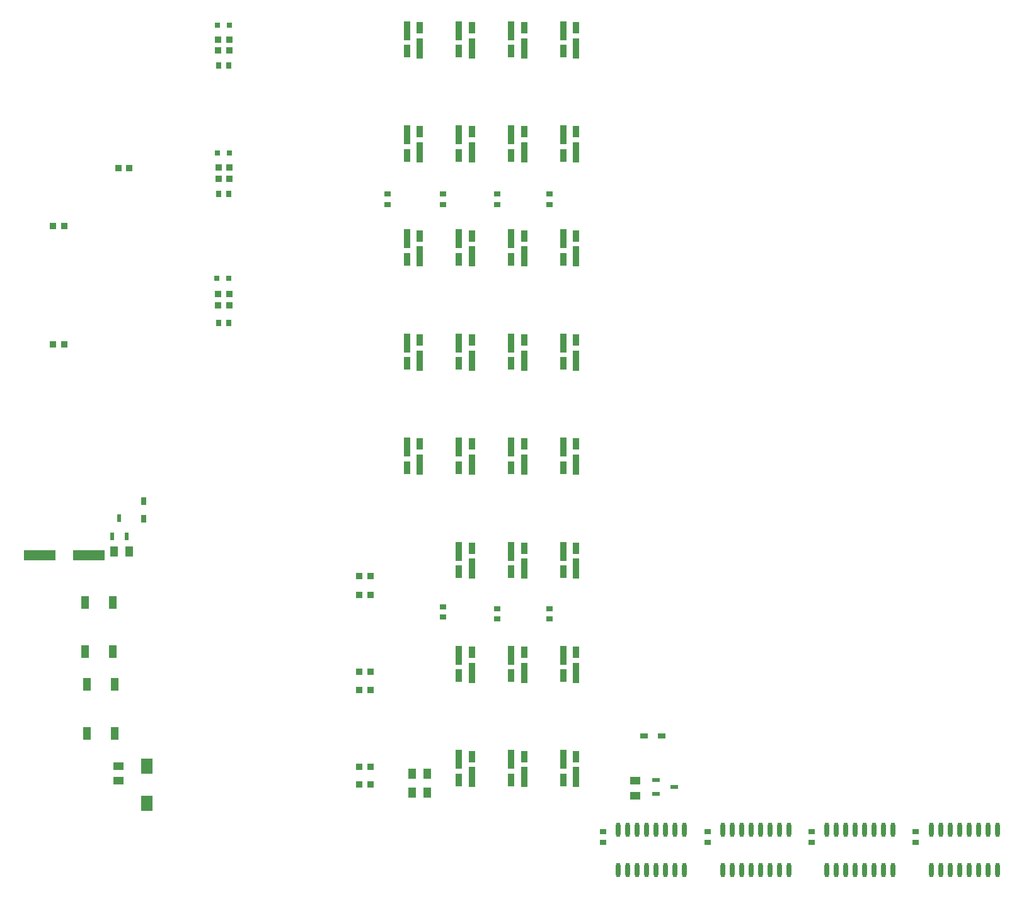
<source format=gtp>
G04 #@! TF.GenerationSoftware,KiCad,Pcbnew,7.0.7*
G04 #@! TF.CreationDate,2023-10-09T21:12:52+02:00*
G04 #@! TF.ProjectId,Kaboom_box_bottom,4b61626f-6f6d-45f6-926f-785f626f7474,rev?*
G04 #@! TF.SameCoordinates,Original*
G04 #@! TF.FileFunction,Paste,Top*
G04 #@! TF.FilePolarity,Positive*
%FSLAX46Y46*%
G04 Gerber Fmt 4.6, Leading zero omitted, Abs format (unit mm)*
G04 Created by KiCad (PCBNEW 7.0.7) date 2023-10-09 21:12:52*
%MOMM*%
%LPD*%
G01*
G04 APERTURE LIST*
%ADD10R,0.900000X0.800000*%
%ADD11R,0.900000X1.500000*%
%ADD12R,0.900000X2.500000*%
%ADD13R,0.900000X1.800000*%
%ADD14R,0.900000X2.800000*%
%ADD15R,1.000000X1.700000*%
%ADD16R,0.600000X1.070003*%
%ADD17R,0.806477X0.864008*%
%ADD18R,0.864008X0.806477*%
%ADD19R,1.132537X1.377013*%
%ADD20R,1.377013X1.132537*%
%ADD21R,0.800000X0.800000*%
%ADD22R,1.070003X0.600000*%
%ADD23O,0.602007X1.970993*%
%ADD24R,0.800000X0.900000*%
%ADD25R,1.000000X0.750013*%
%ADD26R,0.750013X1.000000*%
%ADD27R,1.539014X2.062510*%
%ADD28R,4.200000X1.400000*%
G04 APERTURE END LIST*
D10*
G04 #@! TO.C,C111*
X169500000Y-158950025D03*
X169500000Y-157549975D03*
G04 #@! TD*
D11*
G04 #@! TO.C,U117*
X144875032Y-77425070D03*
D12*
X143124968Y-77825121D03*
D13*
X143124968Y-80574930D03*
D14*
X144875032Y-80175133D03*
G04 #@! TD*
D15*
G04 #@! TO.C,U104*
X89600190Y-126700025D03*
X89600215Y-133299975D03*
X85899783Y-126700025D03*
X85899808Y-133299975D03*
G04 #@! TD*
D16*
G04 #@! TO.C,U106*
X89550038Y-117835077D03*
X91449962Y-117835077D03*
X90500000Y-115364923D03*
G04 #@! TD*
D11*
G04 #@! TO.C,U113*
X151875032Y-133425070D03*
D12*
X150124968Y-133825121D03*
D13*
X150124968Y-136574930D03*
D14*
X151875032Y-136175133D03*
G04 #@! TD*
D11*
G04 #@! TO.C,U112*
X151875032Y-119425070D03*
D12*
X150124968Y-119825121D03*
D13*
X150124968Y-122574930D03*
D14*
X151875032Y-122175133D03*
G04 #@! TD*
D17*
G04 #@! TO.C,R109*
X124253366Y-136000000D03*
X122746634Y-136000000D03*
G04 #@! TD*
D11*
G04 #@! TO.C,U129*
X137875032Y-133425070D03*
D12*
X136124968Y-133825121D03*
D13*
X136124968Y-136574930D03*
D14*
X137875032Y-136175133D03*
G04 #@! TD*
D11*
G04 #@! TO.C,U124*
X137875032Y-63425070D03*
D12*
X136124968Y-63825121D03*
D13*
X136124968Y-66574930D03*
D14*
X137875032Y-66175133D03*
G04 #@! TD*
D10*
G04 #@! TO.C,C104*
X141250000Y-128950025D03*
X141250000Y-127549975D03*
G04 #@! TD*
D17*
G04 #@! TO.C,R108*
X124253366Y-138500000D03*
X122746634Y-138500000D03*
G04 #@! TD*
D10*
G04 #@! TO.C,C101*
X148250000Y-73200025D03*
X148250000Y-71799975D03*
G04 #@! TD*
G04 #@! TO.C,C103*
X141250000Y-73200025D03*
X141250000Y-71799975D03*
G04 #@! TD*
D18*
G04 #@! TO.C,R118*
X105250000Y-85246634D03*
X105250000Y-86753366D03*
G04 #@! TD*
D17*
G04 #@! TO.C,R105*
X124253366Y-148800000D03*
X122746634Y-148800000D03*
G04 #@! TD*
D11*
G04 #@! TO.C,U121*
X144875032Y-133425070D03*
D12*
X143124968Y-133825121D03*
D13*
X143124968Y-136574930D03*
D14*
X144875032Y-136175133D03*
G04 #@! TD*
D11*
G04 #@! TO.C,U130*
X137875032Y-147425070D03*
D12*
X136124968Y-147825121D03*
D13*
X136124968Y-150574930D03*
D14*
X137875032Y-150175133D03*
G04 #@! TD*
D17*
G04 #@! TO.C,R111*
X124253366Y-123200000D03*
X122746634Y-123200000D03*
G04 #@! TD*
D11*
G04 #@! TO.C,U125*
X137875032Y-77425070D03*
D12*
X136124968Y-77825121D03*
D13*
X136124968Y-80574930D03*
D14*
X137875032Y-80175133D03*
G04 #@! TD*
D18*
G04 #@! TO.C,R116*
X105300000Y-68246634D03*
X105300000Y-69753366D03*
G04 #@! TD*
D19*
G04 #@! TO.C,R102*
X129850000Y-149750000D03*
X131850000Y-149750000D03*
G04 #@! TD*
D20*
G04 #@! TO.C,R101*
X90400000Y-148700000D03*
X90400000Y-150700000D03*
G04 #@! TD*
D21*
G04 #@! TO.C,LED102*
X103700533Y-66253429D03*
X105299467Y-66246571D03*
G04 #@! TD*
D22*
G04 #@! TO.C,U149*
X162614923Y-150600038D03*
X162614923Y-152499962D03*
X165085077Y-151550000D03*
G04 #@! TD*
D23*
G04 #@! TO.C,U139*
X166445009Y-157264415D03*
X165175006Y-157264415D03*
X163905004Y-157264415D03*
X162635001Y-157264415D03*
X161364999Y-157264415D03*
X160094996Y-157264415D03*
X158824994Y-157264415D03*
X157554991Y-157264415D03*
X157554991Y-162735585D03*
X158824994Y-162735585D03*
X160094996Y-162735585D03*
X161364999Y-162735585D03*
X162635001Y-162735585D03*
X163905004Y-162735585D03*
X165175006Y-162735585D03*
X166445009Y-162735585D03*
G04 #@! TD*
D17*
G04 #@! TO.C,R107*
X83053366Y-92000000D03*
X81546634Y-92000000D03*
G04 #@! TD*
D11*
G04 #@! TO.C,U135*
X130875032Y-105425070D03*
D12*
X129124968Y-105825121D03*
D13*
X129124968Y-108574930D03*
D14*
X130875032Y-108175133D03*
G04 #@! TD*
D24*
G04 #@! TO.C,C115*
X103799975Y-89100000D03*
X105200025Y-89100000D03*
G04 #@! TD*
D18*
G04 #@! TO.C,R114*
X105250000Y-50996634D03*
X105250000Y-52503366D03*
G04 #@! TD*
D11*
G04 #@! TO.C,U114*
X151875032Y-147425070D03*
D12*
X150124968Y-147825121D03*
D13*
X150124968Y-150574930D03*
D14*
X151875032Y-150175133D03*
G04 #@! TD*
D21*
G04 #@! TO.C,LED101*
X103700533Y-49049467D03*
X105299467Y-49042609D03*
G04 #@! TD*
D11*
G04 #@! TO.C,U132*
X130875032Y-63425070D03*
D12*
X129124968Y-63825121D03*
D13*
X129124968Y-66574930D03*
D14*
X130875032Y-66175133D03*
G04 #@! TD*
D10*
G04 #@! TO.C,C106*
X134000000Y-128700025D03*
X134000000Y-127299975D03*
G04 #@! TD*
D20*
G04 #@! TO.C,R120*
X159800000Y-150700000D03*
X159800000Y-152700000D03*
G04 #@! TD*
D11*
G04 #@! TO.C,U128*
X137875032Y-119425070D03*
D12*
X136124968Y-119825121D03*
D13*
X136124968Y-122574930D03*
D14*
X137875032Y-122175133D03*
G04 #@! TD*
D10*
G04 #@! TO.C,C107*
X126500000Y-73200025D03*
X126500000Y-71799975D03*
G04 #@! TD*
D11*
G04 #@! TO.C,U131*
X130875032Y-49425070D03*
D12*
X129124968Y-49825121D03*
D13*
X129124968Y-52574930D03*
D14*
X130875032Y-52175133D03*
G04 #@! TD*
D10*
G04 #@! TO.C,C109*
X197500000Y-158950025D03*
X197500000Y-157549975D03*
G04 #@! TD*
D17*
G04 #@! TO.C,R104*
X124253366Y-151150000D03*
X122746634Y-151150000D03*
G04 #@! TD*
D24*
G04 #@! TO.C,C114*
X103799975Y-71750000D03*
X105200025Y-71750000D03*
G04 #@! TD*
D23*
G04 #@! TO.C,U136*
X208445009Y-157264415D03*
X207175006Y-157264415D03*
X205905004Y-157264415D03*
X204635001Y-157264415D03*
X203364999Y-157264415D03*
X202094996Y-157264415D03*
X200824994Y-157264415D03*
X199554991Y-157264415D03*
X199554991Y-162735585D03*
X200824994Y-162735585D03*
X202094996Y-162735585D03*
X203364999Y-162735585D03*
X204635001Y-162735585D03*
X205905004Y-162735585D03*
X207175006Y-162735585D03*
X208445009Y-162735585D03*
G04 #@! TD*
D11*
G04 #@! TO.C,U133*
X130875032Y-77425070D03*
D12*
X129124968Y-77825121D03*
D13*
X129124968Y-80574930D03*
D14*
X130875032Y-80175133D03*
G04 #@! TD*
D18*
G04 #@! TO.C,R119*
X103750000Y-86753366D03*
X103750000Y-85246634D03*
G04 #@! TD*
D23*
G04 #@! TO.C,U137*
X194445009Y-157264415D03*
X193175006Y-157264415D03*
X191905004Y-157264415D03*
X190635001Y-157264415D03*
X189364999Y-157264415D03*
X188094996Y-157264415D03*
X186824994Y-157264415D03*
X185554991Y-157264415D03*
X185554991Y-162735585D03*
X186824994Y-162735585D03*
X188094996Y-162735585D03*
X189364999Y-162735585D03*
X190635001Y-162735585D03*
X191905004Y-162735585D03*
X193175006Y-162735585D03*
X194445009Y-162735585D03*
G04 #@! TD*
D11*
G04 #@! TO.C,U108*
X151875032Y-63425070D03*
D12*
X150124968Y-63825121D03*
D13*
X150124968Y-66574930D03*
D14*
X151875032Y-66175133D03*
G04 #@! TD*
D11*
G04 #@! TO.C,U126*
X137875032Y-91425070D03*
D12*
X136124968Y-91825121D03*
D13*
X136124968Y-94574930D03*
D14*
X137875032Y-94175133D03*
G04 #@! TD*
D11*
G04 #@! TO.C,U111*
X151875032Y-105425070D03*
D12*
X150124968Y-105825121D03*
D13*
X150124968Y-108574930D03*
D14*
X151875032Y-108175133D03*
G04 #@! TD*
D10*
G04 #@! TO.C,C105*
X134000000Y-73200025D03*
X134000000Y-71799975D03*
G04 #@! TD*
D11*
G04 #@! TO.C,U116*
X144875032Y-63425070D03*
D12*
X143124968Y-63825121D03*
D13*
X143124968Y-66574930D03*
D14*
X144875032Y-66175133D03*
G04 #@! TD*
D11*
G04 #@! TO.C,U123*
X137875032Y-49425070D03*
D12*
X136124968Y-49825121D03*
D13*
X136124968Y-52574930D03*
D14*
X137875032Y-52175133D03*
G04 #@! TD*
D21*
G04 #@! TO.C,LED103*
X103600533Y-83103429D03*
X105199467Y-83096571D03*
G04 #@! TD*
D15*
G04 #@! TO.C,U105*
X89850191Y-137700025D03*
X89850216Y-144299975D03*
X86149784Y-137700025D03*
X86149809Y-144299975D03*
G04 #@! TD*
D17*
G04 #@! TO.C,R110*
X124253366Y-125737354D03*
X122746634Y-125737354D03*
G04 #@! TD*
D10*
G04 #@! TO.C,C110*
X183500000Y-158950025D03*
X183500000Y-157549975D03*
G04 #@! TD*
D11*
G04 #@! TO.C,U115*
X144875032Y-49425070D03*
D12*
X143124968Y-49825121D03*
D13*
X143124968Y-52574930D03*
D14*
X144875032Y-52175133D03*
G04 #@! TD*
D25*
G04 #@! TO.C,D102*
X161027407Y-144700000D03*
X163372593Y-144700000D03*
G04 #@! TD*
D18*
G04 #@! TO.C,R117*
X103800000Y-69753366D03*
X103800000Y-68246634D03*
G04 #@! TD*
D17*
G04 #@! TO.C,R112*
X91853366Y-68300000D03*
X90346634Y-68300000D03*
G04 #@! TD*
D26*
G04 #@! TO.C,D101*
X93749999Y-113077407D03*
X93749999Y-115422593D03*
G04 #@! TD*
D10*
G04 #@! TO.C,C112*
X155500000Y-158950025D03*
X155500000Y-157549975D03*
G04 #@! TD*
D19*
G04 #@! TO.C,R113*
X89800000Y-119900000D03*
X91800000Y-119900000D03*
G04 #@! TD*
D11*
G04 #@! TO.C,U107*
X151875032Y-49425070D03*
D12*
X150124968Y-49825121D03*
D13*
X150124968Y-52574930D03*
D14*
X151875032Y-52175133D03*
G04 #@! TD*
D24*
G04 #@! TO.C,C113*
X103799975Y-54500000D03*
X105200025Y-54500000D03*
G04 #@! TD*
D11*
G04 #@! TO.C,U122*
X144875032Y-147425070D03*
D12*
X143124968Y-147825121D03*
D13*
X143124968Y-150574930D03*
D14*
X144875032Y-150175133D03*
G04 #@! TD*
D11*
G04 #@! TO.C,U134*
X130875032Y-91425070D03*
D12*
X129124968Y-91825121D03*
D13*
X129124968Y-94574930D03*
D14*
X130875032Y-94175133D03*
G04 #@! TD*
D27*
G04 #@! TO.C,U101*
X94200000Y-153703683D03*
X94200000Y-148696317D03*
G04 #@! TD*
D19*
G04 #@! TO.C,R103*
X129850000Y-152300000D03*
X131850000Y-152300000D03*
G04 #@! TD*
D17*
G04 #@! TO.C,R106*
X81596634Y-76050000D03*
X83103366Y-76050000D03*
G04 #@! TD*
D11*
G04 #@! TO.C,U118*
X144875032Y-91425070D03*
D12*
X143124968Y-91825121D03*
D13*
X143124968Y-94574930D03*
D14*
X144875032Y-94175133D03*
G04 #@! TD*
D11*
G04 #@! TO.C,U119*
X144875032Y-105425070D03*
D12*
X143124968Y-105825121D03*
D13*
X143124968Y-108574930D03*
D14*
X144875032Y-108175133D03*
G04 #@! TD*
D18*
G04 #@! TO.C,R115*
X103749467Y-52503366D03*
X103749467Y-50996634D03*
G04 #@! TD*
D11*
G04 #@! TO.C,U110*
X151875032Y-91425070D03*
D12*
X150124968Y-91825121D03*
D13*
X150124968Y-94574930D03*
D14*
X151875032Y-94175133D03*
G04 #@! TD*
D11*
G04 #@! TO.C,U127*
X137875032Y-105425070D03*
D12*
X136124968Y-105825121D03*
D13*
X136124968Y-108574930D03*
D14*
X137875032Y-108175133D03*
G04 #@! TD*
D28*
G04 #@! TO.C,C127*
X79832791Y-120350000D03*
X86367209Y-120350000D03*
G04 #@! TD*
D11*
G04 #@! TO.C,U109*
X151875032Y-77425070D03*
D12*
X150124968Y-77825121D03*
D13*
X150124968Y-80574930D03*
D14*
X151875032Y-80175133D03*
G04 #@! TD*
D11*
G04 #@! TO.C,U120*
X144875032Y-119425070D03*
D12*
X143124968Y-119825121D03*
D13*
X143124968Y-122574930D03*
D14*
X144875032Y-122175133D03*
G04 #@! TD*
D10*
G04 #@! TO.C,C102*
X148250000Y-128950025D03*
X148250000Y-127549975D03*
G04 #@! TD*
D23*
G04 #@! TO.C,U138*
X180445009Y-157264415D03*
X179175006Y-157264415D03*
X177905004Y-157264415D03*
X176635001Y-157264415D03*
X175364999Y-157264415D03*
X174094996Y-157264415D03*
X172824994Y-157264415D03*
X171554991Y-157264415D03*
X171554991Y-162735585D03*
X172824994Y-162735585D03*
X174094996Y-162735585D03*
X175364999Y-162735585D03*
X176635001Y-162735585D03*
X177905004Y-162735585D03*
X179175006Y-162735585D03*
X180445009Y-162735585D03*
G04 #@! TD*
M02*

</source>
